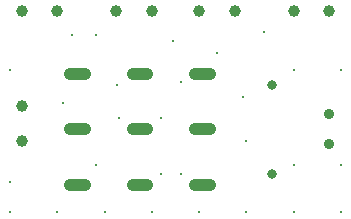
<source format=gbr>
%TF.GenerationSoftware,KiCad,Pcbnew,8.0.0*%
%TF.CreationDate,2024-05-19T22:30:24-07:00*%
%TF.ProjectId,3DPT-breakout-v2,33445054-2d62-4726-9561-6b6f75742d76,rev?*%
%TF.SameCoordinates,Original*%
%TF.FileFunction,Plated,1,2,PTH,Mixed*%
%TF.FilePolarity,Positive*%
%FSLAX46Y46*%
G04 Gerber Fmt 4.6, Leading zero omitted, Abs format (unit mm)*
G04 Created by KiCad (PCBNEW 8.0.0) date 2024-05-19 22:30:24*
%MOMM*%
%LPD*%
G01*
G04 APERTURE LIST*
%TA.AperFunction,ViaDrill*%
%ADD10C,0.300000*%
%TD*%
%TA.AperFunction,ComponentDrill*%
%ADD11C,0.800000*%
%TD*%
%TA.AperFunction,ComponentDrill*%
%ADD12C,0.900000*%
%TD*%
%TA.AperFunction,ComponentDrill*%
%ADD13C,1.000000*%
%TD*%
G04 aperture for slot hole*
%TA.AperFunction,ComponentDrill*%
%ADD14C,1.000000*%
%TD*%
G04 APERTURE END LIST*
D10*
X89000000Y-95000000D03*
X89000000Y-104500000D03*
X89000000Y-107000000D03*
X93000000Y-107000000D03*
X93500000Y-97750000D03*
X94250000Y-92000000D03*
X96250000Y-92000000D03*
X96250000Y-103000000D03*
X97000000Y-107000000D03*
X98027298Y-96277298D03*
X98250000Y-99000000D03*
X101000000Y-107000000D03*
X101750000Y-99000000D03*
X101750000Y-103750000D03*
X102750000Y-92500000D03*
X103425000Y-96000000D03*
X103500000Y-103750000D03*
X105000000Y-107000000D03*
X106500000Y-93500000D03*
X108750000Y-97250000D03*
X109000000Y-101000000D03*
X109000000Y-107000000D03*
X110500000Y-91750000D03*
X113000000Y-95000000D03*
X113000000Y-103000000D03*
X113000000Y-107000000D03*
X117000000Y-95000000D03*
X117000000Y-103000000D03*
X117000000Y-107000000D03*
D11*
%TO.C,R1*%
X111200000Y-96250000D03*
X111200000Y-103750000D03*
D12*
%TO.C,D1*%
X116000000Y-98725000D03*
X116000000Y-101265000D03*
D13*
%TO.C,P5*%
X90000000Y-90000000D03*
%TO.C,P8*%
X90000000Y-98000000D03*
%TO.C,P4*%
X90000000Y-101000000D03*
%TO.C,P2*%
X93000000Y-90000000D03*
D14*
%TO.C,SW1*%
X94075000Y-95300000D02*
X95325000Y-95300000D01*
X94075000Y-100000000D02*
X95325000Y-100000000D01*
X94075000Y-104700000D02*
X95325000Y-104700000D01*
D13*
%TO.C,P6*%
X98000000Y-90000000D03*
D14*
%TO.C,SW1*%
X99375000Y-95300000D02*
X100625000Y-95300000D01*
X99375000Y-100000000D02*
X100625000Y-100000000D01*
X99375000Y-104700000D02*
X100625000Y-104700000D01*
D13*
%TO.C,P3*%
X101000000Y-90000000D03*
%TO.C,P7*%
X105000000Y-90000000D03*
D14*
%TO.C,SW1*%
X104675000Y-95300000D02*
X105925000Y-95300000D01*
X104675000Y-100000000D02*
X105925000Y-100000000D01*
X104675000Y-104700000D02*
X105925000Y-104700000D01*
D13*
%TO.C,P10*%
X108000000Y-90000000D03*
%TO.C,P9*%
X113000000Y-90000000D03*
%TO.C,P1*%
X116000000Y-90000000D03*
M02*

</source>
